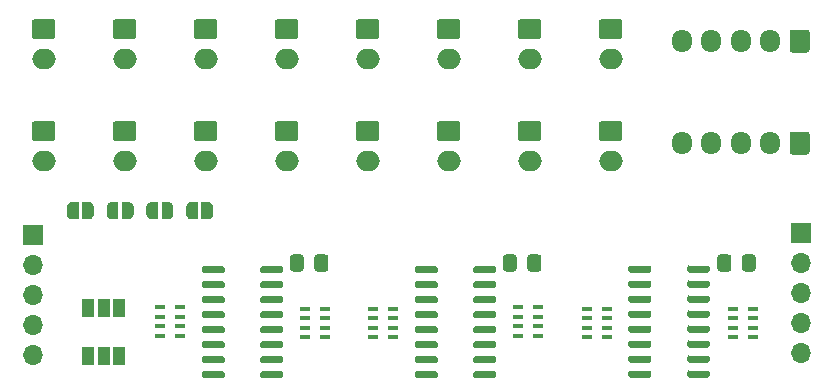
<source format=gbr>
%TF.GenerationSoftware,KiCad,Pcbnew,(5.1.9)-1*%
%TF.CreationDate,2022-02-13T18:11:30+09:00*%
%TF.ProjectId,joystick-input,6a6f7973-7469-4636-9b2d-696e7075742e,rev?*%
%TF.SameCoordinates,Original*%
%TF.FileFunction,Soldermask,Top*%
%TF.FilePolarity,Negative*%
%FSLAX46Y46*%
G04 Gerber Fmt 4.6, Leading zero omitted, Abs format (unit mm)*
G04 Created by KiCad (PCBNEW (5.1.9)-1) date 2022-02-13 18:11:30*
%MOMM*%
%LPD*%
G01*
G04 APERTURE LIST*
%ADD10C,0.100000*%
%ADD11O,2.000000X1.700000*%
%ADD12O,1.700000X1.950000*%
%ADD13O,1.700000X1.700000*%
%ADD14R,1.700000X1.700000*%
%ADD15R,0.900000X0.400000*%
%ADD16R,1.000000X1.500000*%
G04 APERTURE END LIST*
%TO.C,74HC165_1*%
G36*
G01*
X152249000Y-84986000D02*
X152249000Y-84686000D01*
G75*
G02*
X152399000Y-84536000I150000J0D01*
G01*
X154049000Y-84536000D01*
G75*
G02*
X154199000Y-84686000I0J-150000D01*
G01*
X154199000Y-84986000D01*
G75*
G02*
X154049000Y-85136000I-150000J0D01*
G01*
X152399000Y-85136000D01*
G75*
G02*
X152249000Y-84986000I0J150000D01*
G01*
G37*
G36*
G01*
X152249000Y-86256000D02*
X152249000Y-85956000D01*
G75*
G02*
X152399000Y-85806000I150000J0D01*
G01*
X154049000Y-85806000D01*
G75*
G02*
X154199000Y-85956000I0J-150000D01*
G01*
X154199000Y-86256000D01*
G75*
G02*
X154049000Y-86406000I-150000J0D01*
G01*
X152399000Y-86406000D01*
G75*
G02*
X152249000Y-86256000I0J150000D01*
G01*
G37*
G36*
G01*
X152249000Y-87526000D02*
X152249000Y-87226000D01*
G75*
G02*
X152399000Y-87076000I150000J0D01*
G01*
X154049000Y-87076000D01*
G75*
G02*
X154199000Y-87226000I0J-150000D01*
G01*
X154199000Y-87526000D01*
G75*
G02*
X154049000Y-87676000I-150000J0D01*
G01*
X152399000Y-87676000D01*
G75*
G02*
X152249000Y-87526000I0J150000D01*
G01*
G37*
G36*
G01*
X152249000Y-88796000D02*
X152249000Y-88496000D01*
G75*
G02*
X152399000Y-88346000I150000J0D01*
G01*
X154049000Y-88346000D01*
G75*
G02*
X154199000Y-88496000I0J-150000D01*
G01*
X154199000Y-88796000D01*
G75*
G02*
X154049000Y-88946000I-150000J0D01*
G01*
X152399000Y-88946000D01*
G75*
G02*
X152249000Y-88796000I0J150000D01*
G01*
G37*
G36*
G01*
X152249000Y-90066000D02*
X152249000Y-89766000D01*
G75*
G02*
X152399000Y-89616000I150000J0D01*
G01*
X154049000Y-89616000D01*
G75*
G02*
X154199000Y-89766000I0J-150000D01*
G01*
X154199000Y-90066000D01*
G75*
G02*
X154049000Y-90216000I-150000J0D01*
G01*
X152399000Y-90216000D01*
G75*
G02*
X152249000Y-90066000I0J150000D01*
G01*
G37*
G36*
G01*
X152249000Y-91336000D02*
X152249000Y-91036000D01*
G75*
G02*
X152399000Y-90886000I150000J0D01*
G01*
X154049000Y-90886000D01*
G75*
G02*
X154199000Y-91036000I0J-150000D01*
G01*
X154199000Y-91336000D01*
G75*
G02*
X154049000Y-91486000I-150000J0D01*
G01*
X152399000Y-91486000D01*
G75*
G02*
X152249000Y-91336000I0J150000D01*
G01*
G37*
G36*
G01*
X152249000Y-92606000D02*
X152249000Y-92306000D01*
G75*
G02*
X152399000Y-92156000I150000J0D01*
G01*
X154049000Y-92156000D01*
G75*
G02*
X154199000Y-92306000I0J-150000D01*
G01*
X154199000Y-92606000D01*
G75*
G02*
X154049000Y-92756000I-150000J0D01*
G01*
X152399000Y-92756000D01*
G75*
G02*
X152249000Y-92606000I0J150000D01*
G01*
G37*
G36*
G01*
X152249000Y-93876000D02*
X152249000Y-93576000D01*
G75*
G02*
X152399000Y-93426000I150000J0D01*
G01*
X154049000Y-93426000D01*
G75*
G02*
X154199000Y-93576000I0J-150000D01*
G01*
X154199000Y-93876000D01*
G75*
G02*
X154049000Y-94026000I-150000J0D01*
G01*
X152399000Y-94026000D01*
G75*
G02*
X152249000Y-93876000I0J150000D01*
G01*
G37*
G36*
G01*
X147299000Y-93876000D02*
X147299000Y-93576000D01*
G75*
G02*
X147449000Y-93426000I150000J0D01*
G01*
X149099000Y-93426000D01*
G75*
G02*
X149249000Y-93576000I0J-150000D01*
G01*
X149249000Y-93876000D01*
G75*
G02*
X149099000Y-94026000I-150000J0D01*
G01*
X147449000Y-94026000D01*
G75*
G02*
X147299000Y-93876000I0J150000D01*
G01*
G37*
G36*
G01*
X147299000Y-92606000D02*
X147299000Y-92306000D01*
G75*
G02*
X147449000Y-92156000I150000J0D01*
G01*
X149099000Y-92156000D01*
G75*
G02*
X149249000Y-92306000I0J-150000D01*
G01*
X149249000Y-92606000D01*
G75*
G02*
X149099000Y-92756000I-150000J0D01*
G01*
X147449000Y-92756000D01*
G75*
G02*
X147299000Y-92606000I0J150000D01*
G01*
G37*
G36*
G01*
X147299000Y-91336000D02*
X147299000Y-91036000D01*
G75*
G02*
X147449000Y-90886000I150000J0D01*
G01*
X149099000Y-90886000D01*
G75*
G02*
X149249000Y-91036000I0J-150000D01*
G01*
X149249000Y-91336000D01*
G75*
G02*
X149099000Y-91486000I-150000J0D01*
G01*
X147449000Y-91486000D01*
G75*
G02*
X147299000Y-91336000I0J150000D01*
G01*
G37*
G36*
G01*
X147299000Y-90066000D02*
X147299000Y-89766000D01*
G75*
G02*
X147449000Y-89616000I150000J0D01*
G01*
X149099000Y-89616000D01*
G75*
G02*
X149249000Y-89766000I0J-150000D01*
G01*
X149249000Y-90066000D01*
G75*
G02*
X149099000Y-90216000I-150000J0D01*
G01*
X147449000Y-90216000D01*
G75*
G02*
X147299000Y-90066000I0J150000D01*
G01*
G37*
G36*
G01*
X147299000Y-88796000D02*
X147299000Y-88496000D01*
G75*
G02*
X147449000Y-88346000I150000J0D01*
G01*
X149099000Y-88346000D01*
G75*
G02*
X149249000Y-88496000I0J-150000D01*
G01*
X149249000Y-88796000D01*
G75*
G02*
X149099000Y-88946000I-150000J0D01*
G01*
X147449000Y-88946000D01*
G75*
G02*
X147299000Y-88796000I0J150000D01*
G01*
G37*
G36*
G01*
X147299000Y-87526000D02*
X147299000Y-87226000D01*
G75*
G02*
X147449000Y-87076000I150000J0D01*
G01*
X149099000Y-87076000D01*
G75*
G02*
X149249000Y-87226000I0J-150000D01*
G01*
X149249000Y-87526000D01*
G75*
G02*
X149099000Y-87676000I-150000J0D01*
G01*
X147449000Y-87676000D01*
G75*
G02*
X147299000Y-87526000I0J150000D01*
G01*
G37*
G36*
G01*
X147299000Y-86256000D02*
X147299000Y-85956000D01*
G75*
G02*
X147449000Y-85806000I150000J0D01*
G01*
X149099000Y-85806000D01*
G75*
G02*
X149249000Y-85956000I0J-150000D01*
G01*
X149249000Y-86256000D01*
G75*
G02*
X149099000Y-86406000I-150000J0D01*
G01*
X147449000Y-86406000D01*
G75*
G02*
X147299000Y-86256000I0J150000D01*
G01*
G37*
G36*
G01*
X147299000Y-84986000D02*
X147299000Y-84686000D01*
G75*
G02*
X147449000Y-84536000I150000J0D01*
G01*
X149099000Y-84536000D01*
G75*
G02*
X149249000Y-84686000I0J-150000D01*
G01*
X149249000Y-84986000D01*
G75*
G02*
X149099000Y-85136000I-150000J0D01*
G01*
X147449000Y-85136000D01*
G75*
G02*
X147299000Y-84986000I0J150000D01*
G01*
G37*
%TD*%
D10*
%TO.C,JP6*%
G36*
X110848000Y-80633000D02*
G01*
X110348000Y-80633000D01*
X110348000Y-80632398D01*
X110323466Y-80632398D01*
X110274635Y-80627588D01*
X110226510Y-80618016D01*
X110179555Y-80603772D01*
X110134222Y-80584995D01*
X110090949Y-80561864D01*
X110050150Y-80534604D01*
X110012221Y-80503476D01*
X109977524Y-80468779D01*
X109946396Y-80430850D01*
X109919136Y-80390051D01*
X109896005Y-80346778D01*
X109877228Y-80301445D01*
X109862984Y-80254490D01*
X109853412Y-80206365D01*
X109848602Y-80157534D01*
X109848602Y-80133000D01*
X109848000Y-80133000D01*
X109848000Y-79633000D01*
X109848602Y-79633000D01*
X109848602Y-79608466D01*
X109853412Y-79559635D01*
X109862984Y-79511510D01*
X109877228Y-79464555D01*
X109896005Y-79419222D01*
X109919136Y-79375949D01*
X109946396Y-79335150D01*
X109977524Y-79297221D01*
X110012221Y-79262524D01*
X110050150Y-79231396D01*
X110090949Y-79204136D01*
X110134222Y-79181005D01*
X110179555Y-79162228D01*
X110226510Y-79147984D01*
X110274635Y-79138412D01*
X110323466Y-79133602D01*
X110348000Y-79133602D01*
X110348000Y-79133000D01*
X110848000Y-79133000D01*
X110848000Y-80633000D01*
G37*
G36*
X111648000Y-79133602D02*
G01*
X111672534Y-79133602D01*
X111721365Y-79138412D01*
X111769490Y-79147984D01*
X111816445Y-79162228D01*
X111861778Y-79181005D01*
X111905051Y-79204136D01*
X111945850Y-79231396D01*
X111983779Y-79262524D01*
X112018476Y-79297221D01*
X112049604Y-79335150D01*
X112076864Y-79375949D01*
X112099995Y-79419222D01*
X112118772Y-79464555D01*
X112133016Y-79511510D01*
X112142588Y-79559635D01*
X112147398Y-79608466D01*
X112147398Y-79633000D01*
X112148000Y-79633000D01*
X112148000Y-80133000D01*
X112147398Y-80133000D01*
X112147398Y-80157534D01*
X112142588Y-80206365D01*
X112133016Y-80254490D01*
X112118772Y-80301445D01*
X112099995Y-80346778D01*
X112076864Y-80390051D01*
X112049604Y-80430850D01*
X112018476Y-80468779D01*
X111983779Y-80503476D01*
X111945850Y-80534604D01*
X111905051Y-80561864D01*
X111861778Y-80584995D01*
X111816445Y-80603772D01*
X111769490Y-80618016D01*
X111721365Y-80627588D01*
X111672534Y-80632398D01*
X111648000Y-80632398D01*
X111648000Y-80633000D01*
X111148000Y-80633000D01*
X111148000Y-79133000D01*
X111648000Y-79133000D01*
X111648000Y-79133602D01*
G37*
%TD*%
%TO.C,JP5*%
G36*
X107482500Y-80633000D02*
G01*
X106982500Y-80633000D01*
X106982500Y-80632398D01*
X106957966Y-80632398D01*
X106909135Y-80627588D01*
X106861010Y-80618016D01*
X106814055Y-80603772D01*
X106768722Y-80584995D01*
X106725449Y-80561864D01*
X106684650Y-80534604D01*
X106646721Y-80503476D01*
X106612024Y-80468779D01*
X106580896Y-80430850D01*
X106553636Y-80390051D01*
X106530505Y-80346778D01*
X106511728Y-80301445D01*
X106497484Y-80254490D01*
X106487912Y-80206365D01*
X106483102Y-80157534D01*
X106483102Y-80133000D01*
X106482500Y-80133000D01*
X106482500Y-79633000D01*
X106483102Y-79633000D01*
X106483102Y-79608466D01*
X106487912Y-79559635D01*
X106497484Y-79511510D01*
X106511728Y-79464555D01*
X106530505Y-79419222D01*
X106553636Y-79375949D01*
X106580896Y-79335150D01*
X106612024Y-79297221D01*
X106646721Y-79262524D01*
X106684650Y-79231396D01*
X106725449Y-79204136D01*
X106768722Y-79181005D01*
X106814055Y-79162228D01*
X106861010Y-79147984D01*
X106909135Y-79138412D01*
X106957966Y-79133602D01*
X106982500Y-79133602D01*
X106982500Y-79133000D01*
X107482500Y-79133000D01*
X107482500Y-80633000D01*
G37*
G36*
X108282500Y-79133602D02*
G01*
X108307034Y-79133602D01*
X108355865Y-79138412D01*
X108403990Y-79147984D01*
X108450945Y-79162228D01*
X108496278Y-79181005D01*
X108539551Y-79204136D01*
X108580350Y-79231396D01*
X108618279Y-79262524D01*
X108652976Y-79297221D01*
X108684104Y-79335150D01*
X108711364Y-79375949D01*
X108734495Y-79419222D01*
X108753272Y-79464555D01*
X108767516Y-79511510D01*
X108777088Y-79559635D01*
X108781898Y-79608466D01*
X108781898Y-79633000D01*
X108782500Y-79633000D01*
X108782500Y-80133000D01*
X108781898Y-80133000D01*
X108781898Y-80157534D01*
X108777088Y-80206365D01*
X108767516Y-80254490D01*
X108753272Y-80301445D01*
X108734495Y-80346778D01*
X108711364Y-80390051D01*
X108684104Y-80430850D01*
X108652976Y-80468779D01*
X108618279Y-80503476D01*
X108580350Y-80534604D01*
X108539551Y-80561864D01*
X108496278Y-80584995D01*
X108450945Y-80603772D01*
X108403990Y-80618016D01*
X108355865Y-80627588D01*
X108307034Y-80632398D01*
X108282500Y-80632398D01*
X108282500Y-80633000D01*
X107782500Y-80633000D01*
X107782500Y-79133000D01*
X108282500Y-79133000D01*
X108282500Y-79133602D01*
G37*
%TD*%
%TO.C,JP4*%
G36*
X104117000Y-80633000D02*
G01*
X103617000Y-80633000D01*
X103617000Y-80632398D01*
X103592466Y-80632398D01*
X103543635Y-80627588D01*
X103495510Y-80618016D01*
X103448555Y-80603772D01*
X103403222Y-80584995D01*
X103359949Y-80561864D01*
X103319150Y-80534604D01*
X103281221Y-80503476D01*
X103246524Y-80468779D01*
X103215396Y-80430850D01*
X103188136Y-80390051D01*
X103165005Y-80346778D01*
X103146228Y-80301445D01*
X103131984Y-80254490D01*
X103122412Y-80206365D01*
X103117602Y-80157534D01*
X103117602Y-80133000D01*
X103117000Y-80133000D01*
X103117000Y-79633000D01*
X103117602Y-79633000D01*
X103117602Y-79608466D01*
X103122412Y-79559635D01*
X103131984Y-79511510D01*
X103146228Y-79464555D01*
X103165005Y-79419222D01*
X103188136Y-79375949D01*
X103215396Y-79335150D01*
X103246524Y-79297221D01*
X103281221Y-79262524D01*
X103319150Y-79231396D01*
X103359949Y-79204136D01*
X103403222Y-79181005D01*
X103448555Y-79162228D01*
X103495510Y-79147984D01*
X103543635Y-79138412D01*
X103592466Y-79133602D01*
X103617000Y-79133602D01*
X103617000Y-79133000D01*
X104117000Y-79133000D01*
X104117000Y-80633000D01*
G37*
G36*
X104917000Y-79133602D02*
G01*
X104941534Y-79133602D01*
X104990365Y-79138412D01*
X105038490Y-79147984D01*
X105085445Y-79162228D01*
X105130778Y-79181005D01*
X105174051Y-79204136D01*
X105214850Y-79231396D01*
X105252779Y-79262524D01*
X105287476Y-79297221D01*
X105318604Y-79335150D01*
X105345864Y-79375949D01*
X105368995Y-79419222D01*
X105387772Y-79464555D01*
X105402016Y-79511510D01*
X105411588Y-79559635D01*
X105416398Y-79608466D01*
X105416398Y-79633000D01*
X105417000Y-79633000D01*
X105417000Y-80133000D01*
X105416398Y-80133000D01*
X105416398Y-80157534D01*
X105411588Y-80206365D01*
X105402016Y-80254490D01*
X105387772Y-80301445D01*
X105368995Y-80346778D01*
X105345864Y-80390051D01*
X105318604Y-80430850D01*
X105287476Y-80468779D01*
X105252779Y-80503476D01*
X105214850Y-80534604D01*
X105174051Y-80561864D01*
X105130778Y-80584995D01*
X105085445Y-80603772D01*
X105038490Y-80618016D01*
X104990365Y-80627588D01*
X104941534Y-80632398D01*
X104917000Y-80632398D01*
X104917000Y-80633000D01*
X104417000Y-80633000D01*
X104417000Y-79133000D01*
X104917000Y-79133000D01*
X104917000Y-79133602D01*
G37*
%TD*%
%TO.C,JP3*%
G36*
X100751500Y-80633000D02*
G01*
X100251500Y-80633000D01*
X100251500Y-80632398D01*
X100226966Y-80632398D01*
X100178135Y-80627588D01*
X100130010Y-80618016D01*
X100083055Y-80603772D01*
X100037722Y-80584995D01*
X99994449Y-80561864D01*
X99953650Y-80534604D01*
X99915721Y-80503476D01*
X99881024Y-80468779D01*
X99849896Y-80430850D01*
X99822636Y-80390051D01*
X99799505Y-80346778D01*
X99780728Y-80301445D01*
X99766484Y-80254490D01*
X99756912Y-80206365D01*
X99752102Y-80157534D01*
X99752102Y-80133000D01*
X99751500Y-80133000D01*
X99751500Y-79633000D01*
X99752102Y-79633000D01*
X99752102Y-79608466D01*
X99756912Y-79559635D01*
X99766484Y-79511510D01*
X99780728Y-79464555D01*
X99799505Y-79419222D01*
X99822636Y-79375949D01*
X99849896Y-79335150D01*
X99881024Y-79297221D01*
X99915721Y-79262524D01*
X99953650Y-79231396D01*
X99994449Y-79204136D01*
X100037722Y-79181005D01*
X100083055Y-79162228D01*
X100130010Y-79147984D01*
X100178135Y-79138412D01*
X100226966Y-79133602D01*
X100251500Y-79133602D01*
X100251500Y-79133000D01*
X100751500Y-79133000D01*
X100751500Y-80633000D01*
G37*
G36*
X101551500Y-79133602D02*
G01*
X101576034Y-79133602D01*
X101624865Y-79138412D01*
X101672990Y-79147984D01*
X101719945Y-79162228D01*
X101765278Y-79181005D01*
X101808551Y-79204136D01*
X101849350Y-79231396D01*
X101887279Y-79262524D01*
X101921976Y-79297221D01*
X101953104Y-79335150D01*
X101980364Y-79375949D01*
X102003495Y-79419222D01*
X102022272Y-79464555D01*
X102036516Y-79511510D01*
X102046088Y-79559635D01*
X102050898Y-79608466D01*
X102050898Y-79633000D01*
X102051500Y-79633000D01*
X102051500Y-80133000D01*
X102050898Y-80133000D01*
X102050898Y-80157534D01*
X102046088Y-80206365D01*
X102036516Y-80254490D01*
X102022272Y-80301445D01*
X102003495Y-80346778D01*
X101980364Y-80390051D01*
X101953104Y-80430850D01*
X101921976Y-80468779D01*
X101887279Y-80503476D01*
X101849350Y-80534604D01*
X101808551Y-80561864D01*
X101765278Y-80584995D01*
X101719945Y-80603772D01*
X101672990Y-80618016D01*
X101624865Y-80627588D01*
X101576034Y-80632398D01*
X101551500Y-80632398D01*
X101551500Y-80633000D01*
X101051500Y-80633000D01*
X101051500Y-79133000D01*
X101551500Y-79133000D01*
X101551500Y-79133602D01*
G37*
%TD*%
D11*
%TO.C,J19*%
X97790000Y-67016000D03*
G36*
G01*
X97040000Y-63666000D02*
X98540000Y-63666000D01*
G75*
G02*
X98790000Y-63916000I0J-250000D01*
G01*
X98790000Y-65116000D01*
G75*
G02*
X98540000Y-65366000I-250000J0D01*
G01*
X97040000Y-65366000D01*
G75*
G02*
X96790000Y-65116000I0J250000D01*
G01*
X96790000Y-63916000D01*
G75*
G02*
X97040000Y-63666000I250000J0D01*
G01*
G37*
%TD*%
%TO.C,J18*%
X104648000Y-67016000D03*
G36*
G01*
X103898000Y-63666000D02*
X105398000Y-63666000D01*
G75*
G02*
X105648000Y-63916000I0J-250000D01*
G01*
X105648000Y-65116000D01*
G75*
G02*
X105398000Y-65366000I-250000J0D01*
G01*
X103898000Y-65366000D01*
G75*
G02*
X103648000Y-65116000I0J250000D01*
G01*
X103648000Y-63916000D01*
G75*
G02*
X103898000Y-63666000I250000J0D01*
G01*
G37*
%TD*%
%TO.C,J17*%
X111506000Y-67016000D03*
G36*
G01*
X110756000Y-63666000D02*
X112256000Y-63666000D01*
G75*
G02*
X112506000Y-63916000I0J-250000D01*
G01*
X112506000Y-65116000D01*
G75*
G02*
X112256000Y-65366000I-250000J0D01*
G01*
X110756000Y-65366000D01*
G75*
G02*
X110506000Y-65116000I0J250000D01*
G01*
X110506000Y-63916000D01*
G75*
G02*
X110756000Y-63666000I250000J0D01*
G01*
G37*
%TD*%
%TO.C,J16*%
X118364000Y-67016000D03*
G36*
G01*
X117614000Y-63666000D02*
X119114000Y-63666000D01*
G75*
G02*
X119364000Y-63916000I0J-250000D01*
G01*
X119364000Y-65116000D01*
G75*
G02*
X119114000Y-65366000I-250000J0D01*
G01*
X117614000Y-65366000D01*
G75*
G02*
X117364000Y-65116000I0J250000D01*
G01*
X117364000Y-63916000D01*
G75*
G02*
X117614000Y-63666000I250000J0D01*
G01*
G37*
%TD*%
%TO.C,J15*%
X125222000Y-67016000D03*
G36*
G01*
X124472000Y-63666000D02*
X125972000Y-63666000D01*
G75*
G02*
X126222000Y-63916000I0J-250000D01*
G01*
X126222000Y-65116000D01*
G75*
G02*
X125972000Y-65366000I-250000J0D01*
G01*
X124472000Y-65366000D01*
G75*
G02*
X124222000Y-65116000I0J250000D01*
G01*
X124222000Y-63916000D01*
G75*
G02*
X124472000Y-63666000I250000J0D01*
G01*
G37*
%TD*%
%TO.C,J14*%
X132080000Y-67016000D03*
G36*
G01*
X131330000Y-63666000D02*
X132830000Y-63666000D01*
G75*
G02*
X133080000Y-63916000I0J-250000D01*
G01*
X133080000Y-65116000D01*
G75*
G02*
X132830000Y-65366000I-250000J0D01*
G01*
X131330000Y-65366000D01*
G75*
G02*
X131080000Y-65116000I0J250000D01*
G01*
X131080000Y-63916000D01*
G75*
G02*
X131330000Y-63666000I250000J0D01*
G01*
G37*
%TD*%
%TO.C,J13*%
X138938000Y-67016000D03*
G36*
G01*
X138188000Y-63666000D02*
X139688000Y-63666000D01*
G75*
G02*
X139938000Y-63916000I0J-250000D01*
G01*
X139938000Y-65116000D01*
G75*
G02*
X139688000Y-65366000I-250000J0D01*
G01*
X138188000Y-65366000D01*
G75*
G02*
X137938000Y-65116000I0J250000D01*
G01*
X137938000Y-63916000D01*
G75*
G02*
X138188000Y-63666000I250000J0D01*
G01*
G37*
%TD*%
%TO.C,J29*%
X97790000Y-75652000D03*
G36*
G01*
X97040000Y-72302000D02*
X98540000Y-72302000D01*
G75*
G02*
X98790000Y-72552000I0J-250000D01*
G01*
X98790000Y-73752000D01*
G75*
G02*
X98540000Y-74002000I-250000J0D01*
G01*
X97040000Y-74002000D01*
G75*
G02*
X96790000Y-73752000I0J250000D01*
G01*
X96790000Y-72552000D01*
G75*
G02*
X97040000Y-72302000I250000J0D01*
G01*
G37*
%TD*%
%TO.C,J28*%
X104648000Y-75652000D03*
G36*
G01*
X103898000Y-72302000D02*
X105398000Y-72302000D01*
G75*
G02*
X105648000Y-72552000I0J-250000D01*
G01*
X105648000Y-73752000D01*
G75*
G02*
X105398000Y-74002000I-250000J0D01*
G01*
X103898000Y-74002000D01*
G75*
G02*
X103648000Y-73752000I0J250000D01*
G01*
X103648000Y-72552000D01*
G75*
G02*
X103898000Y-72302000I250000J0D01*
G01*
G37*
%TD*%
%TO.C,J27*%
X111506000Y-75652000D03*
G36*
G01*
X110756000Y-72302000D02*
X112256000Y-72302000D01*
G75*
G02*
X112506000Y-72552000I0J-250000D01*
G01*
X112506000Y-73752000D01*
G75*
G02*
X112256000Y-74002000I-250000J0D01*
G01*
X110756000Y-74002000D01*
G75*
G02*
X110506000Y-73752000I0J250000D01*
G01*
X110506000Y-72552000D01*
G75*
G02*
X110756000Y-72302000I250000J0D01*
G01*
G37*
%TD*%
%TO.C,J26*%
X118364000Y-75652000D03*
G36*
G01*
X117614000Y-72302000D02*
X119114000Y-72302000D01*
G75*
G02*
X119364000Y-72552000I0J-250000D01*
G01*
X119364000Y-73752000D01*
G75*
G02*
X119114000Y-74002000I-250000J0D01*
G01*
X117614000Y-74002000D01*
G75*
G02*
X117364000Y-73752000I0J250000D01*
G01*
X117364000Y-72552000D01*
G75*
G02*
X117614000Y-72302000I250000J0D01*
G01*
G37*
%TD*%
%TO.C,J25*%
X125222000Y-75652000D03*
G36*
G01*
X124472000Y-72302000D02*
X125972000Y-72302000D01*
G75*
G02*
X126222000Y-72552000I0J-250000D01*
G01*
X126222000Y-73752000D01*
G75*
G02*
X125972000Y-74002000I-250000J0D01*
G01*
X124472000Y-74002000D01*
G75*
G02*
X124222000Y-73752000I0J250000D01*
G01*
X124222000Y-72552000D01*
G75*
G02*
X124472000Y-72302000I250000J0D01*
G01*
G37*
%TD*%
%TO.C,J24*%
X132080000Y-75652000D03*
G36*
G01*
X131330000Y-72302000D02*
X132830000Y-72302000D01*
G75*
G02*
X133080000Y-72552000I0J-250000D01*
G01*
X133080000Y-73752000D01*
G75*
G02*
X132830000Y-74002000I-250000J0D01*
G01*
X131330000Y-74002000D01*
G75*
G02*
X131080000Y-73752000I0J250000D01*
G01*
X131080000Y-72552000D01*
G75*
G02*
X131330000Y-72302000I250000J0D01*
G01*
G37*
%TD*%
%TO.C,J23*%
X138938000Y-75652000D03*
G36*
G01*
X138188000Y-72302000D02*
X139688000Y-72302000D01*
G75*
G02*
X139938000Y-72552000I0J-250000D01*
G01*
X139938000Y-73752000D01*
G75*
G02*
X139688000Y-74002000I-250000J0D01*
G01*
X138188000Y-74002000D01*
G75*
G02*
X137938000Y-73752000I0J250000D01*
G01*
X137938000Y-72552000D01*
G75*
G02*
X138188000Y-72302000I250000J0D01*
G01*
G37*
%TD*%
%TO.C,J12*%
X145796000Y-67016000D03*
G36*
G01*
X145046000Y-63666000D02*
X146546000Y-63666000D01*
G75*
G02*
X146796000Y-63916000I0J-250000D01*
G01*
X146796000Y-65116000D01*
G75*
G02*
X146546000Y-65366000I-250000J0D01*
G01*
X145046000Y-65366000D01*
G75*
G02*
X144796000Y-65116000I0J250000D01*
G01*
X144796000Y-63916000D01*
G75*
G02*
X145046000Y-63666000I250000J0D01*
G01*
G37*
%TD*%
D12*
%TO.C,J11*%
X151798000Y-65532000D03*
X154298000Y-65532000D03*
X156798000Y-65532000D03*
X159298000Y-65532000D03*
G36*
G01*
X162648000Y-64807000D02*
X162648000Y-66257000D01*
G75*
G02*
X162398000Y-66507000I-250000J0D01*
G01*
X161198000Y-66507000D01*
G75*
G02*
X160948000Y-66257000I0J250000D01*
G01*
X160948000Y-64807000D01*
G75*
G02*
X161198000Y-64557000I250000J0D01*
G01*
X162398000Y-64557000D01*
G75*
G02*
X162648000Y-64807000I0J-250000D01*
G01*
G37*
%TD*%
D11*
%TO.C,J22*%
X145796000Y-75652000D03*
G36*
G01*
X145046000Y-72302000D02*
X146546000Y-72302000D01*
G75*
G02*
X146796000Y-72552000I0J-250000D01*
G01*
X146796000Y-73752000D01*
G75*
G02*
X146546000Y-74002000I-250000J0D01*
G01*
X145046000Y-74002000D01*
G75*
G02*
X144796000Y-73752000I0J250000D01*
G01*
X144796000Y-72552000D01*
G75*
G02*
X145046000Y-72302000I250000J0D01*
G01*
G37*
%TD*%
D12*
%TO.C,J21*%
X151798000Y-74168000D03*
X154298000Y-74168000D03*
X156798000Y-74168000D03*
X159298000Y-74168000D03*
G36*
G01*
X162648000Y-73443000D02*
X162648000Y-74893000D01*
G75*
G02*
X162398000Y-75143000I-250000J0D01*
G01*
X161198000Y-75143000D01*
G75*
G02*
X160948000Y-74893000I0J250000D01*
G01*
X160948000Y-73443000D01*
G75*
G02*
X161198000Y-73193000I250000J0D01*
G01*
X162398000Y-73193000D01*
G75*
G02*
X162648000Y-73443000I0J-250000D01*
G01*
G37*
%TD*%
%TO.C,C3*%
G36*
G01*
X120719000Y-84803000D02*
X120719000Y-83853000D01*
G75*
G02*
X120969000Y-83603000I250000J0D01*
G01*
X121644000Y-83603000D01*
G75*
G02*
X121894000Y-83853000I0J-250000D01*
G01*
X121894000Y-84803000D01*
G75*
G02*
X121644000Y-85053000I-250000J0D01*
G01*
X120969000Y-85053000D01*
G75*
G02*
X120719000Y-84803000I0J250000D01*
G01*
G37*
G36*
G01*
X118644000Y-84803000D02*
X118644000Y-83853000D01*
G75*
G02*
X118894000Y-83603000I250000J0D01*
G01*
X119569000Y-83603000D01*
G75*
G02*
X119819000Y-83853000I0J-250000D01*
G01*
X119819000Y-84803000D01*
G75*
G02*
X119569000Y-85053000I-250000J0D01*
G01*
X118894000Y-85053000D01*
G75*
G02*
X118644000Y-84803000I0J250000D01*
G01*
G37*
%TD*%
%TO.C,C2*%
G36*
G01*
X138753000Y-84803000D02*
X138753000Y-83853000D01*
G75*
G02*
X139003000Y-83603000I250000J0D01*
G01*
X139678000Y-83603000D01*
G75*
G02*
X139928000Y-83853000I0J-250000D01*
G01*
X139928000Y-84803000D01*
G75*
G02*
X139678000Y-85053000I-250000J0D01*
G01*
X139003000Y-85053000D01*
G75*
G02*
X138753000Y-84803000I0J250000D01*
G01*
G37*
G36*
G01*
X136678000Y-84803000D02*
X136678000Y-83853000D01*
G75*
G02*
X136928000Y-83603000I250000J0D01*
G01*
X137603000Y-83603000D01*
G75*
G02*
X137853000Y-83853000I0J-250000D01*
G01*
X137853000Y-84803000D01*
G75*
G02*
X137603000Y-85053000I-250000J0D01*
G01*
X136928000Y-85053000D01*
G75*
G02*
X136678000Y-84803000I0J250000D01*
G01*
G37*
%TD*%
%TO.C,C1*%
G36*
G01*
X156914000Y-84803000D02*
X156914000Y-83853000D01*
G75*
G02*
X157164000Y-83603000I250000J0D01*
G01*
X157839000Y-83603000D01*
G75*
G02*
X158089000Y-83853000I0J-250000D01*
G01*
X158089000Y-84803000D01*
G75*
G02*
X157839000Y-85053000I-250000J0D01*
G01*
X157164000Y-85053000D01*
G75*
G02*
X156914000Y-84803000I0J250000D01*
G01*
G37*
G36*
G01*
X154839000Y-84803000D02*
X154839000Y-83853000D01*
G75*
G02*
X155089000Y-83603000I250000J0D01*
G01*
X155764000Y-83603000D01*
G75*
G02*
X156014000Y-83853000I0J-250000D01*
G01*
X156014000Y-84803000D01*
G75*
G02*
X155764000Y-85053000I-250000J0D01*
G01*
X155089000Y-85053000D01*
G75*
G02*
X154839000Y-84803000I0J250000D01*
G01*
G37*
%TD*%
D13*
%TO.C,OUT1*%
X161925000Y-91948000D03*
X161925000Y-89408000D03*
X161925000Y-86868000D03*
X161925000Y-84328000D03*
D14*
X161925000Y-81788000D03*
%TD*%
D13*
%TO.C,IN1*%
X96901000Y-92075000D03*
X96901000Y-89535000D03*
X96901000Y-86995000D03*
X96901000Y-84455000D03*
D14*
X96901000Y-81915000D03*
%TD*%
D15*
%TO.C,RN1*%
X143803000Y-89008000D03*
X143803000Y-89808000D03*
X143803000Y-88208000D03*
X143803000Y-90608000D03*
X145503000Y-88208000D03*
X145503000Y-89008000D03*
X145503000Y-89808000D03*
X145503000Y-90608000D03*
%TD*%
%TO.C,RN2*%
X156122000Y-88208000D03*
X156122000Y-89008000D03*
X156122000Y-89808000D03*
X156122000Y-90608000D03*
X157822000Y-88208000D03*
X157822000Y-90608000D03*
X157822000Y-89008000D03*
X157822000Y-89808000D03*
%TD*%
D16*
%TO.C,JP2*%
X102870000Y-92202000D03*
X101570000Y-92202000D03*
X104170000Y-92202000D03*
%TD*%
%TO.C,JP1*%
X102870000Y-88138000D03*
X101570000Y-88138000D03*
X104170000Y-88138000D03*
%TD*%
D15*
%TO.C,RN3*%
X127342000Y-90608000D03*
X127342000Y-89808000D03*
X127342000Y-89008000D03*
X127342000Y-88208000D03*
X125642000Y-90608000D03*
X125642000Y-88208000D03*
X125642000Y-89808000D03*
X125642000Y-89008000D03*
%TD*%
%TO.C,RN4*%
X137961000Y-88081000D03*
X137961000Y-88881000D03*
X137961000Y-89681000D03*
X137961000Y-90481000D03*
X139661000Y-88081000D03*
X139661000Y-90481000D03*
X139661000Y-88881000D03*
X139661000Y-89681000D03*
%TD*%
%TO.C,RN5*%
X109371500Y-90481000D03*
X109371500Y-89681000D03*
X109371500Y-88881000D03*
X109371500Y-88081000D03*
X107671500Y-90481000D03*
X107671500Y-88081000D03*
X107671500Y-89681000D03*
X107671500Y-88881000D03*
%TD*%
%TO.C,RN6*%
X119927000Y-88208000D03*
X119927000Y-89008000D03*
X119927000Y-89808000D03*
X119927000Y-90608000D03*
X121627000Y-88208000D03*
X121627000Y-90608000D03*
X121627000Y-89008000D03*
X121627000Y-89808000D03*
%TD*%
%TO.C,74HC165_3*%
G36*
G01*
X116117500Y-85049500D02*
X116117500Y-84749500D01*
G75*
G02*
X116267500Y-84599500I150000J0D01*
G01*
X117917500Y-84599500D01*
G75*
G02*
X118067500Y-84749500I0J-150000D01*
G01*
X118067500Y-85049500D01*
G75*
G02*
X117917500Y-85199500I-150000J0D01*
G01*
X116267500Y-85199500D01*
G75*
G02*
X116117500Y-85049500I0J150000D01*
G01*
G37*
G36*
G01*
X116117500Y-86319500D02*
X116117500Y-86019500D01*
G75*
G02*
X116267500Y-85869500I150000J0D01*
G01*
X117917500Y-85869500D01*
G75*
G02*
X118067500Y-86019500I0J-150000D01*
G01*
X118067500Y-86319500D01*
G75*
G02*
X117917500Y-86469500I-150000J0D01*
G01*
X116267500Y-86469500D01*
G75*
G02*
X116117500Y-86319500I0J150000D01*
G01*
G37*
G36*
G01*
X116117500Y-87589500D02*
X116117500Y-87289500D01*
G75*
G02*
X116267500Y-87139500I150000J0D01*
G01*
X117917500Y-87139500D01*
G75*
G02*
X118067500Y-87289500I0J-150000D01*
G01*
X118067500Y-87589500D01*
G75*
G02*
X117917500Y-87739500I-150000J0D01*
G01*
X116267500Y-87739500D01*
G75*
G02*
X116117500Y-87589500I0J150000D01*
G01*
G37*
G36*
G01*
X116117500Y-88859500D02*
X116117500Y-88559500D01*
G75*
G02*
X116267500Y-88409500I150000J0D01*
G01*
X117917500Y-88409500D01*
G75*
G02*
X118067500Y-88559500I0J-150000D01*
G01*
X118067500Y-88859500D01*
G75*
G02*
X117917500Y-89009500I-150000J0D01*
G01*
X116267500Y-89009500D01*
G75*
G02*
X116117500Y-88859500I0J150000D01*
G01*
G37*
G36*
G01*
X116117500Y-90129500D02*
X116117500Y-89829500D01*
G75*
G02*
X116267500Y-89679500I150000J0D01*
G01*
X117917500Y-89679500D01*
G75*
G02*
X118067500Y-89829500I0J-150000D01*
G01*
X118067500Y-90129500D01*
G75*
G02*
X117917500Y-90279500I-150000J0D01*
G01*
X116267500Y-90279500D01*
G75*
G02*
X116117500Y-90129500I0J150000D01*
G01*
G37*
G36*
G01*
X116117500Y-91399500D02*
X116117500Y-91099500D01*
G75*
G02*
X116267500Y-90949500I150000J0D01*
G01*
X117917500Y-90949500D01*
G75*
G02*
X118067500Y-91099500I0J-150000D01*
G01*
X118067500Y-91399500D01*
G75*
G02*
X117917500Y-91549500I-150000J0D01*
G01*
X116267500Y-91549500D01*
G75*
G02*
X116117500Y-91399500I0J150000D01*
G01*
G37*
G36*
G01*
X116117500Y-92669500D02*
X116117500Y-92369500D01*
G75*
G02*
X116267500Y-92219500I150000J0D01*
G01*
X117917500Y-92219500D01*
G75*
G02*
X118067500Y-92369500I0J-150000D01*
G01*
X118067500Y-92669500D01*
G75*
G02*
X117917500Y-92819500I-150000J0D01*
G01*
X116267500Y-92819500D01*
G75*
G02*
X116117500Y-92669500I0J150000D01*
G01*
G37*
G36*
G01*
X116117500Y-93939500D02*
X116117500Y-93639500D01*
G75*
G02*
X116267500Y-93489500I150000J0D01*
G01*
X117917500Y-93489500D01*
G75*
G02*
X118067500Y-93639500I0J-150000D01*
G01*
X118067500Y-93939500D01*
G75*
G02*
X117917500Y-94089500I-150000J0D01*
G01*
X116267500Y-94089500D01*
G75*
G02*
X116117500Y-93939500I0J150000D01*
G01*
G37*
G36*
G01*
X111167500Y-93939500D02*
X111167500Y-93639500D01*
G75*
G02*
X111317500Y-93489500I150000J0D01*
G01*
X112967500Y-93489500D01*
G75*
G02*
X113117500Y-93639500I0J-150000D01*
G01*
X113117500Y-93939500D01*
G75*
G02*
X112967500Y-94089500I-150000J0D01*
G01*
X111317500Y-94089500D01*
G75*
G02*
X111167500Y-93939500I0J150000D01*
G01*
G37*
G36*
G01*
X111167500Y-92669500D02*
X111167500Y-92369500D01*
G75*
G02*
X111317500Y-92219500I150000J0D01*
G01*
X112967500Y-92219500D01*
G75*
G02*
X113117500Y-92369500I0J-150000D01*
G01*
X113117500Y-92669500D01*
G75*
G02*
X112967500Y-92819500I-150000J0D01*
G01*
X111317500Y-92819500D01*
G75*
G02*
X111167500Y-92669500I0J150000D01*
G01*
G37*
G36*
G01*
X111167500Y-91399500D02*
X111167500Y-91099500D01*
G75*
G02*
X111317500Y-90949500I150000J0D01*
G01*
X112967500Y-90949500D01*
G75*
G02*
X113117500Y-91099500I0J-150000D01*
G01*
X113117500Y-91399500D01*
G75*
G02*
X112967500Y-91549500I-150000J0D01*
G01*
X111317500Y-91549500D01*
G75*
G02*
X111167500Y-91399500I0J150000D01*
G01*
G37*
G36*
G01*
X111167500Y-90129500D02*
X111167500Y-89829500D01*
G75*
G02*
X111317500Y-89679500I150000J0D01*
G01*
X112967500Y-89679500D01*
G75*
G02*
X113117500Y-89829500I0J-150000D01*
G01*
X113117500Y-90129500D01*
G75*
G02*
X112967500Y-90279500I-150000J0D01*
G01*
X111317500Y-90279500D01*
G75*
G02*
X111167500Y-90129500I0J150000D01*
G01*
G37*
G36*
G01*
X111167500Y-88859500D02*
X111167500Y-88559500D01*
G75*
G02*
X111317500Y-88409500I150000J0D01*
G01*
X112967500Y-88409500D01*
G75*
G02*
X113117500Y-88559500I0J-150000D01*
G01*
X113117500Y-88859500D01*
G75*
G02*
X112967500Y-89009500I-150000J0D01*
G01*
X111317500Y-89009500D01*
G75*
G02*
X111167500Y-88859500I0J150000D01*
G01*
G37*
G36*
G01*
X111167500Y-87589500D02*
X111167500Y-87289500D01*
G75*
G02*
X111317500Y-87139500I150000J0D01*
G01*
X112967500Y-87139500D01*
G75*
G02*
X113117500Y-87289500I0J-150000D01*
G01*
X113117500Y-87589500D01*
G75*
G02*
X112967500Y-87739500I-150000J0D01*
G01*
X111317500Y-87739500D01*
G75*
G02*
X111167500Y-87589500I0J150000D01*
G01*
G37*
G36*
G01*
X111167500Y-86319500D02*
X111167500Y-86019500D01*
G75*
G02*
X111317500Y-85869500I150000J0D01*
G01*
X112967500Y-85869500D01*
G75*
G02*
X113117500Y-86019500I0J-150000D01*
G01*
X113117500Y-86319500D01*
G75*
G02*
X112967500Y-86469500I-150000J0D01*
G01*
X111317500Y-86469500D01*
G75*
G02*
X111167500Y-86319500I0J150000D01*
G01*
G37*
G36*
G01*
X111167500Y-85049500D02*
X111167500Y-84749500D01*
G75*
G02*
X111317500Y-84599500I150000J0D01*
G01*
X112967500Y-84599500D01*
G75*
G02*
X113117500Y-84749500I0J-150000D01*
G01*
X113117500Y-85049500D01*
G75*
G02*
X112967500Y-85199500I-150000J0D01*
G01*
X111317500Y-85199500D01*
G75*
G02*
X111167500Y-85049500I0J150000D01*
G01*
G37*
%TD*%
%TO.C,74HC165_2*%
G36*
G01*
X134151500Y-85049500D02*
X134151500Y-84749500D01*
G75*
G02*
X134301500Y-84599500I150000J0D01*
G01*
X135951500Y-84599500D01*
G75*
G02*
X136101500Y-84749500I0J-150000D01*
G01*
X136101500Y-85049500D01*
G75*
G02*
X135951500Y-85199500I-150000J0D01*
G01*
X134301500Y-85199500D01*
G75*
G02*
X134151500Y-85049500I0J150000D01*
G01*
G37*
G36*
G01*
X134151500Y-86319500D02*
X134151500Y-86019500D01*
G75*
G02*
X134301500Y-85869500I150000J0D01*
G01*
X135951500Y-85869500D01*
G75*
G02*
X136101500Y-86019500I0J-150000D01*
G01*
X136101500Y-86319500D01*
G75*
G02*
X135951500Y-86469500I-150000J0D01*
G01*
X134301500Y-86469500D01*
G75*
G02*
X134151500Y-86319500I0J150000D01*
G01*
G37*
G36*
G01*
X134151500Y-87589500D02*
X134151500Y-87289500D01*
G75*
G02*
X134301500Y-87139500I150000J0D01*
G01*
X135951500Y-87139500D01*
G75*
G02*
X136101500Y-87289500I0J-150000D01*
G01*
X136101500Y-87589500D01*
G75*
G02*
X135951500Y-87739500I-150000J0D01*
G01*
X134301500Y-87739500D01*
G75*
G02*
X134151500Y-87589500I0J150000D01*
G01*
G37*
G36*
G01*
X134151500Y-88859500D02*
X134151500Y-88559500D01*
G75*
G02*
X134301500Y-88409500I150000J0D01*
G01*
X135951500Y-88409500D01*
G75*
G02*
X136101500Y-88559500I0J-150000D01*
G01*
X136101500Y-88859500D01*
G75*
G02*
X135951500Y-89009500I-150000J0D01*
G01*
X134301500Y-89009500D01*
G75*
G02*
X134151500Y-88859500I0J150000D01*
G01*
G37*
G36*
G01*
X134151500Y-90129500D02*
X134151500Y-89829500D01*
G75*
G02*
X134301500Y-89679500I150000J0D01*
G01*
X135951500Y-89679500D01*
G75*
G02*
X136101500Y-89829500I0J-150000D01*
G01*
X136101500Y-90129500D01*
G75*
G02*
X135951500Y-90279500I-150000J0D01*
G01*
X134301500Y-90279500D01*
G75*
G02*
X134151500Y-90129500I0J150000D01*
G01*
G37*
G36*
G01*
X134151500Y-91399500D02*
X134151500Y-91099500D01*
G75*
G02*
X134301500Y-90949500I150000J0D01*
G01*
X135951500Y-90949500D01*
G75*
G02*
X136101500Y-91099500I0J-150000D01*
G01*
X136101500Y-91399500D01*
G75*
G02*
X135951500Y-91549500I-150000J0D01*
G01*
X134301500Y-91549500D01*
G75*
G02*
X134151500Y-91399500I0J150000D01*
G01*
G37*
G36*
G01*
X134151500Y-92669500D02*
X134151500Y-92369500D01*
G75*
G02*
X134301500Y-92219500I150000J0D01*
G01*
X135951500Y-92219500D01*
G75*
G02*
X136101500Y-92369500I0J-150000D01*
G01*
X136101500Y-92669500D01*
G75*
G02*
X135951500Y-92819500I-150000J0D01*
G01*
X134301500Y-92819500D01*
G75*
G02*
X134151500Y-92669500I0J150000D01*
G01*
G37*
G36*
G01*
X134151500Y-93939500D02*
X134151500Y-93639500D01*
G75*
G02*
X134301500Y-93489500I150000J0D01*
G01*
X135951500Y-93489500D01*
G75*
G02*
X136101500Y-93639500I0J-150000D01*
G01*
X136101500Y-93939500D01*
G75*
G02*
X135951500Y-94089500I-150000J0D01*
G01*
X134301500Y-94089500D01*
G75*
G02*
X134151500Y-93939500I0J150000D01*
G01*
G37*
G36*
G01*
X129201500Y-93939500D02*
X129201500Y-93639500D01*
G75*
G02*
X129351500Y-93489500I150000J0D01*
G01*
X131001500Y-93489500D01*
G75*
G02*
X131151500Y-93639500I0J-150000D01*
G01*
X131151500Y-93939500D01*
G75*
G02*
X131001500Y-94089500I-150000J0D01*
G01*
X129351500Y-94089500D01*
G75*
G02*
X129201500Y-93939500I0J150000D01*
G01*
G37*
G36*
G01*
X129201500Y-92669500D02*
X129201500Y-92369500D01*
G75*
G02*
X129351500Y-92219500I150000J0D01*
G01*
X131001500Y-92219500D01*
G75*
G02*
X131151500Y-92369500I0J-150000D01*
G01*
X131151500Y-92669500D01*
G75*
G02*
X131001500Y-92819500I-150000J0D01*
G01*
X129351500Y-92819500D01*
G75*
G02*
X129201500Y-92669500I0J150000D01*
G01*
G37*
G36*
G01*
X129201500Y-91399500D02*
X129201500Y-91099500D01*
G75*
G02*
X129351500Y-90949500I150000J0D01*
G01*
X131001500Y-90949500D01*
G75*
G02*
X131151500Y-91099500I0J-150000D01*
G01*
X131151500Y-91399500D01*
G75*
G02*
X131001500Y-91549500I-150000J0D01*
G01*
X129351500Y-91549500D01*
G75*
G02*
X129201500Y-91399500I0J150000D01*
G01*
G37*
G36*
G01*
X129201500Y-90129500D02*
X129201500Y-89829500D01*
G75*
G02*
X129351500Y-89679500I150000J0D01*
G01*
X131001500Y-89679500D01*
G75*
G02*
X131151500Y-89829500I0J-150000D01*
G01*
X131151500Y-90129500D01*
G75*
G02*
X131001500Y-90279500I-150000J0D01*
G01*
X129351500Y-90279500D01*
G75*
G02*
X129201500Y-90129500I0J150000D01*
G01*
G37*
G36*
G01*
X129201500Y-88859500D02*
X129201500Y-88559500D01*
G75*
G02*
X129351500Y-88409500I150000J0D01*
G01*
X131001500Y-88409500D01*
G75*
G02*
X131151500Y-88559500I0J-150000D01*
G01*
X131151500Y-88859500D01*
G75*
G02*
X131001500Y-89009500I-150000J0D01*
G01*
X129351500Y-89009500D01*
G75*
G02*
X129201500Y-88859500I0J150000D01*
G01*
G37*
G36*
G01*
X129201500Y-87589500D02*
X129201500Y-87289500D01*
G75*
G02*
X129351500Y-87139500I150000J0D01*
G01*
X131001500Y-87139500D01*
G75*
G02*
X131151500Y-87289500I0J-150000D01*
G01*
X131151500Y-87589500D01*
G75*
G02*
X131001500Y-87739500I-150000J0D01*
G01*
X129351500Y-87739500D01*
G75*
G02*
X129201500Y-87589500I0J150000D01*
G01*
G37*
G36*
G01*
X129201500Y-86319500D02*
X129201500Y-86019500D01*
G75*
G02*
X129351500Y-85869500I150000J0D01*
G01*
X131001500Y-85869500D01*
G75*
G02*
X131151500Y-86019500I0J-150000D01*
G01*
X131151500Y-86319500D01*
G75*
G02*
X131001500Y-86469500I-150000J0D01*
G01*
X129351500Y-86469500D01*
G75*
G02*
X129201500Y-86319500I0J150000D01*
G01*
G37*
G36*
G01*
X129201500Y-85049500D02*
X129201500Y-84749500D01*
G75*
G02*
X129351500Y-84599500I150000J0D01*
G01*
X131001500Y-84599500D01*
G75*
G02*
X131151500Y-84749500I0J-150000D01*
G01*
X131151500Y-85049500D01*
G75*
G02*
X131001500Y-85199500I-150000J0D01*
G01*
X129351500Y-85199500D01*
G75*
G02*
X129201500Y-85049500I0J150000D01*
G01*
G37*
%TD*%
M02*

</source>
